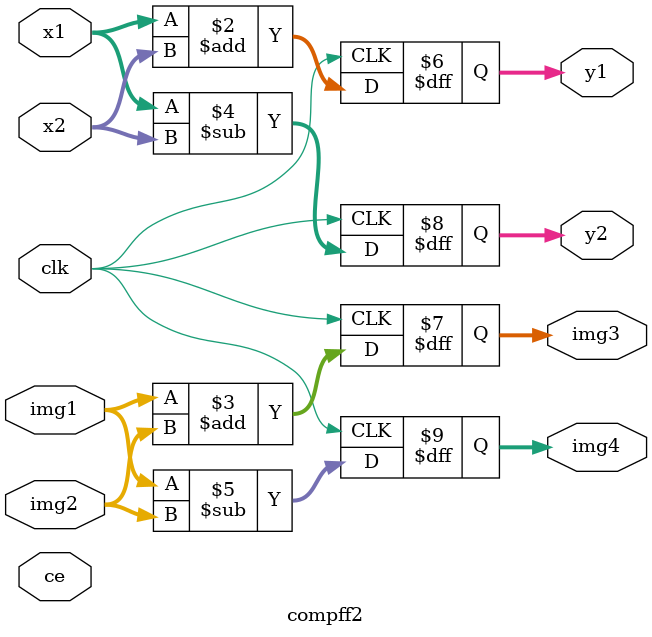
<source format=v>
`timescale 1ns / 1ps


module compff2(ce,clk,x1,img1,x2,img2,y1,img3,y2,img4);
input ce,clk;
input signed [15:0] x1,img1,x2,img2;
output reg signed [15:0] y1,img3,y2,img4;
always @(posedge clk)
begin
y1 = x1+x2;
img3 = img1+ img2 ;
y2 = x1-x2;
img4 = img1 - img2;
end
endmodule

</source>
